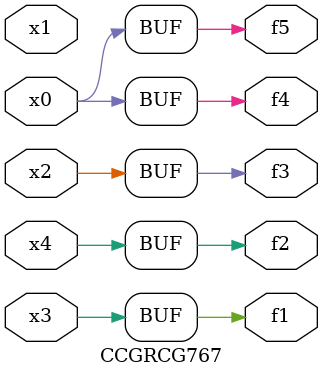
<source format=v>
module CCGRCG767(
	input x0, x1, x2, x3, x4,
	output f1, f2, f3, f4, f5
);
	assign f1 = x3;
	assign f2 = x4;
	assign f3 = x2;
	assign f4 = x0;
	assign f5 = x0;
endmodule

</source>
